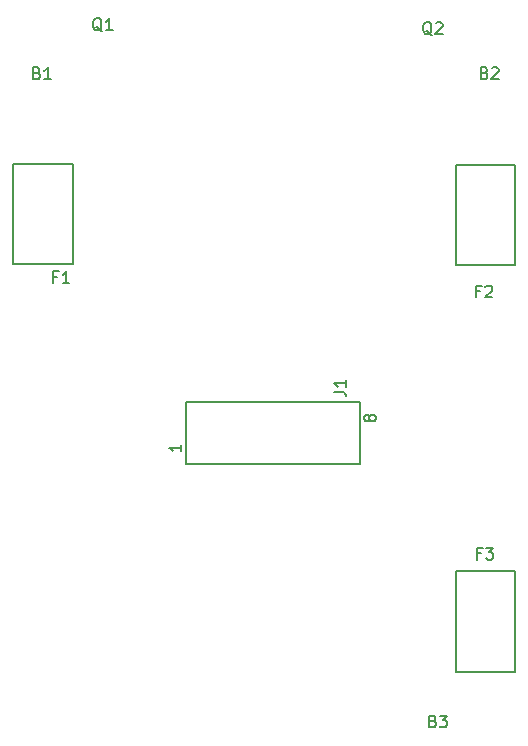
<source format=gto>
G04 #@! TF.GenerationSoftware,KiCad,Pcbnew,(5.0.0)*
G04 #@! TF.CreationDate,2018-12-02T22:24:04-05:00*
G04 #@! TF.ProjectId,structural_test,7374727563747572616C5F746573742E,rev?*
G04 #@! TF.SameCoordinates,Original*
G04 #@! TF.FileFunction,Legend,Top*
G04 #@! TF.FilePolarity,Positive*
%FSLAX46Y46*%
G04 Gerber Fmt 4.6, Leading zero omitted, Abs format (unit mm)*
G04 Created by KiCad (PCBNEW (5.0.0)) date 12/02/18 22:24:04*
%MOMM*%
%LPD*%
G01*
G04 APERTURE LIST*
%ADD10C,0.150000*%
G04 APERTURE END LIST*
D10*
G04 #@! TO.C,J1*
X95450000Y-109680000D02*
X80680000Y-109680000D01*
X95450000Y-114980000D02*
X80680000Y-114980000D01*
X80680000Y-114980000D02*
X80680000Y-109680000D01*
X95450000Y-114980000D02*
X95450000Y-109680000D01*
G04 #@! TO.C,F1*
X66080000Y-98020000D02*
X66080000Y-89520000D01*
X66080000Y-89520000D02*
X71080000Y-89520000D01*
X71080000Y-89520000D02*
X71080000Y-98020000D01*
X71080000Y-98020000D02*
X66080000Y-98020000D01*
G04 #@! TO.C,F2*
X108545000Y-98100000D02*
X103545000Y-98100000D01*
X108545000Y-89600000D02*
X108545000Y-98100000D01*
X103545000Y-89600000D02*
X108545000Y-89600000D01*
X103545000Y-98100000D02*
X103545000Y-89600000D01*
G04 #@! TO.C,F3*
X108545000Y-124030000D02*
X108545000Y-132530000D01*
X108545000Y-132530000D02*
X103545000Y-132530000D01*
X103545000Y-132530000D02*
X103545000Y-124030000D01*
X103545000Y-124030000D02*
X108545000Y-124030000D01*
G04 #@! TO.C,B1*
X68075238Y-81843571D02*
X68218095Y-81891190D01*
X68265714Y-81938809D01*
X68313333Y-82034047D01*
X68313333Y-82176904D01*
X68265714Y-82272142D01*
X68218095Y-82319761D01*
X68122857Y-82367380D01*
X67741904Y-82367380D01*
X67741904Y-81367380D01*
X68075238Y-81367380D01*
X68170476Y-81415000D01*
X68218095Y-81462619D01*
X68265714Y-81557857D01*
X68265714Y-81653095D01*
X68218095Y-81748333D01*
X68170476Y-81795952D01*
X68075238Y-81843571D01*
X67741904Y-81843571D01*
X69265714Y-82367380D02*
X68694285Y-82367380D01*
X68980000Y-82367380D02*
X68980000Y-81367380D01*
X68884761Y-81510238D01*
X68789523Y-81605476D01*
X68694285Y-81653095D01*
G04 #@! TO.C,B3*
X101595238Y-136728571D02*
X101738095Y-136776190D01*
X101785714Y-136823809D01*
X101833333Y-136919047D01*
X101833333Y-137061904D01*
X101785714Y-137157142D01*
X101738095Y-137204761D01*
X101642857Y-137252380D01*
X101261904Y-137252380D01*
X101261904Y-136252380D01*
X101595238Y-136252380D01*
X101690476Y-136300000D01*
X101738095Y-136347619D01*
X101785714Y-136442857D01*
X101785714Y-136538095D01*
X101738095Y-136633333D01*
X101690476Y-136680952D01*
X101595238Y-136728571D01*
X101261904Y-136728571D01*
X102166666Y-136252380D02*
X102785714Y-136252380D01*
X102452380Y-136633333D01*
X102595238Y-136633333D01*
X102690476Y-136680952D01*
X102738095Y-136728571D01*
X102785714Y-136823809D01*
X102785714Y-137061904D01*
X102738095Y-137157142D01*
X102690476Y-137204761D01*
X102595238Y-137252380D01*
X102309523Y-137252380D01*
X102214285Y-137204761D01*
X102166666Y-137157142D01*
G04 #@! TO.C,J1*
X93232380Y-108853333D02*
X93946666Y-108853333D01*
X94089523Y-108900952D01*
X94184761Y-108996190D01*
X94232380Y-109139047D01*
X94232380Y-109234285D01*
X94232380Y-107853333D02*
X94232380Y-108424761D01*
X94232380Y-108139047D02*
X93232380Y-108139047D01*
X93375238Y-108234285D01*
X93470476Y-108329523D01*
X93518095Y-108424761D01*
X80262380Y-113314285D02*
X80262380Y-113885714D01*
X80262380Y-113600000D02*
X79262380Y-113600000D01*
X79405238Y-113695238D01*
X79500476Y-113790476D01*
X79548095Y-113885714D01*
X96200952Y-111155238D02*
X96153333Y-111250476D01*
X96105714Y-111298095D01*
X96010476Y-111345714D01*
X95962857Y-111345714D01*
X95867619Y-111298095D01*
X95820000Y-111250476D01*
X95772380Y-111155238D01*
X95772380Y-110964761D01*
X95820000Y-110869523D01*
X95867619Y-110821904D01*
X95962857Y-110774285D01*
X96010476Y-110774285D01*
X96105714Y-110821904D01*
X96153333Y-110869523D01*
X96200952Y-110964761D01*
X96200952Y-111155238D01*
X96248571Y-111250476D01*
X96296190Y-111298095D01*
X96391428Y-111345714D01*
X96581904Y-111345714D01*
X96677142Y-111298095D01*
X96724761Y-111250476D01*
X96772380Y-111155238D01*
X96772380Y-110964761D01*
X96724761Y-110869523D01*
X96677142Y-110821904D01*
X96581904Y-110774285D01*
X96391428Y-110774285D01*
X96296190Y-110821904D01*
X96248571Y-110869523D01*
X96200952Y-110964761D01*
G04 #@! TO.C,Q2*
X101504761Y-78652619D02*
X101409523Y-78605000D01*
X101314285Y-78509761D01*
X101171428Y-78366904D01*
X101076190Y-78319285D01*
X100980952Y-78319285D01*
X101028571Y-78557380D02*
X100933333Y-78509761D01*
X100838095Y-78414523D01*
X100790476Y-78224047D01*
X100790476Y-77890714D01*
X100838095Y-77700238D01*
X100933333Y-77605000D01*
X101028571Y-77557380D01*
X101219047Y-77557380D01*
X101314285Y-77605000D01*
X101409523Y-77700238D01*
X101457142Y-77890714D01*
X101457142Y-78224047D01*
X101409523Y-78414523D01*
X101314285Y-78509761D01*
X101219047Y-78557380D01*
X101028571Y-78557380D01*
X101838095Y-77652619D02*
X101885714Y-77605000D01*
X101980952Y-77557380D01*
X102219047Y-77557380D01*
X102314285Y-77605000D01*
X102361904Y-77652619D01*
X102409523Y-77747857D01*
X102409523Y-77843095D01*
X102361904Y-77985952D01*
X101790476Y-78557380D01*
X102409523Y-78557380D01*
G04 #@! TO.C,B2*
X105965238Y-81843571D02*
X106108095Y-81891190D01*
X106155714Y-81938809D01*
X106203333Y-82034047D01*
X106203333Y-82176904D01*
X106155714Y-82272142D01*
X106108095Y-82319761D01*
X106012857Y-82367380D01*
X105631904Y-82367380D01*
X105631904Y-81367380D01*
X105965238Y-81367380D01*
X106060476Y-81415000D01*
X106108095Y-81462619D01*
X106155714Y-81557857D01*
X106155714Y-81653095D01*
X106108095Y-81748333D01*
X106060476Y-81795952D01*
X105965238Y-81843571D01*
X105631904Y-81843571D01*
X106584285Y-81462619D02*
X106631904Y-81415000D01*
X106727142Y-81367380D01*
X106965238Y-81367380D01*
X107060476Y-81415000D01*
X107108095Y-81462619D01*
X107155714Y-81557857D01*
X107155714Y-81653095D01*
X107108095Y-81795952D01*
X106536666Y-82367380D01*
X107155714Y-82367380D01*
G04 #@! TO.C,Q1*
X73564761Y-78327619D02*
X73469523Y-78280000D01*
X73374285Y-78184761D01*
X73231428Y-78041904D01*
X73136190Y-77994285D01*
X73040952Y-77994285D01*
X73088571Y-78232380D02*
X72993333Y-78184761D01*
X72898095Y-78089523D01*
X72850476Y-77899047D01*
X72850476Y-77565714D01*
X72898095Y-77375238D01*
X72993333Y-77280000D01*
X73088571Y-77232380D01*
X73279047Y-77232380D01*
X73374285Y-77280000D01*
X73469523Y-77375238D01*
X73517142Y-77565714D01*
X73517142Y-77899047D01*
X73469523Y-78089523D01*
X73374285Y-78184761D01*
X73279047Y-78232380D01*
X73088571Y-78232380D01*
X74469523Y-78232380D02*
X73898095Y-78232380D01*
X74183809Y-78232380D02*
X74183809Y-77232380D01*
X74088571Y-77375238D01*
X73993333Y-77470476D01*
X73898095Y-77518095D01*
G04 #@! TO.C,F1*
X69766666Y-99128571D02*
X69433333Y-99128571D01*
X69433333Y-99652380D02*
X69433333Y-98652380D01*
X69909523Y-98652380D01*
X70814285Y-99652380D02*
X70242857Y-99652380D01*
X70528571Y-99652380D02*
X70528571Y-98652380D01*
X70433333Y-98795238D01*
X70338095Y-98890476D01*
X70242857Y-98938095D01*
G04 #@! TO.C,F2*
X105566666Y-100328571D02*
X105233333Y-100328571D01*
X105233333Y-100852380D02*
X105233333Y-99852380D01*
X105709523Y-99852380D01*
X106042857Y-99947619D02*
X106090476Y-99900000D01*
X106185714Y-99852380D01*
X106423809Y-99852380D01*
X106519047Y-99900000D01*
X106566666Y-99947619D01*
X106614285Y-100042857D01*
X106614285Y-100138095D01*
X106566666Y-100280952D01*
X105995238Y-100852380D01*
X106614285Y-100852380D01*
G04 #@! TO.C,F3*
X105666666Y-122528571D02*
X105333333Y-122528571D01*
X105333333Y-123052380D02*
X105333333Y-122052380D01*
X105809523Y-122052380D01*
X106095238Y-122052380D02*
X106714285Y-122052380D01*
X106380952Y-122433333D01*
X106523809Y-122433333D01*
X106619047Y-122480952D01*
X106666666Y-122528571D01*
X106714285Y-122623809D01*
X106714285Y-122861904D01*
X106666666Y-122957142D01*
X106619047Y-123004761D01*
X106523809Y-123052380D01*
X106238095Y-123052380D01*
X106142857Y-123004761D01*
X106095238Y-122957142D01*
G04 #@! TD*
M02*

</source>
